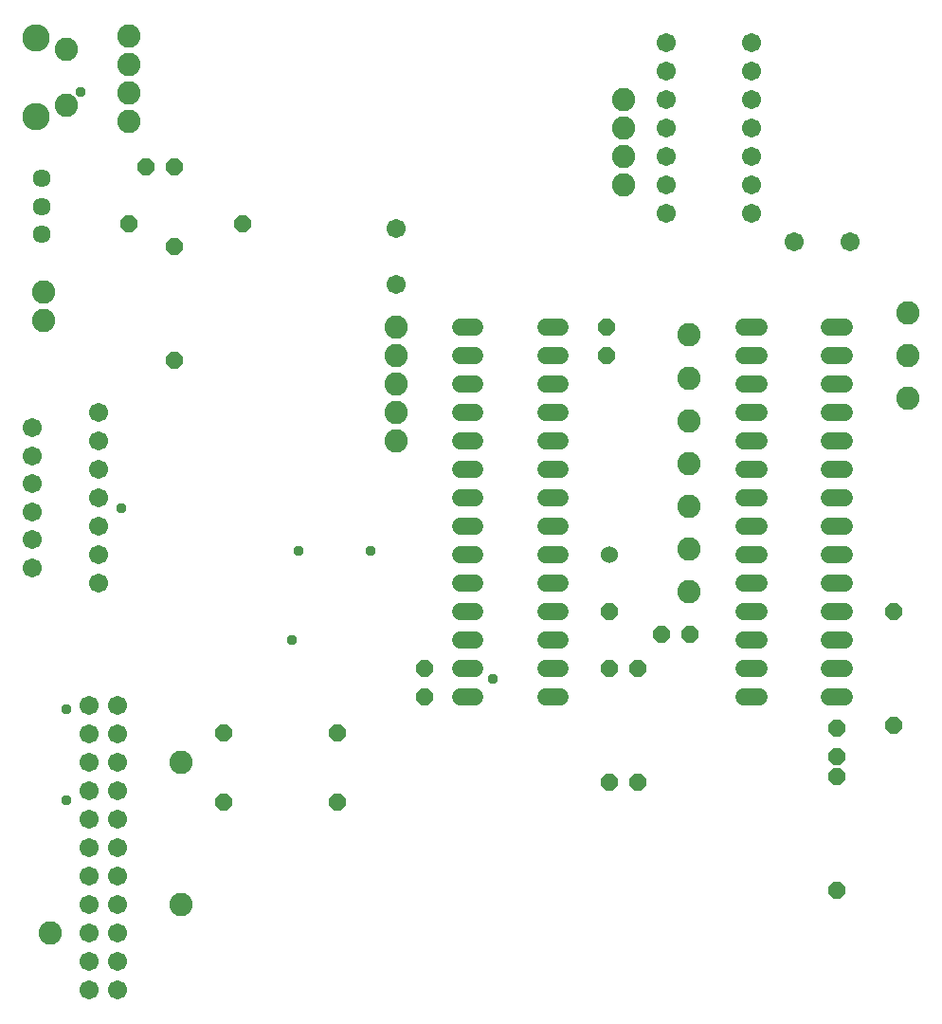
<source format=gbr>
G04 EAGLE Gerber RS-274X export*
G75*
%MOMM*%
%FSLAX34Y34*%
%LPD*%
%INSoldermask Bottom*%
%IPPOS*%
%AMOC8*
5,1,8,0,0,1.08239X$1,22.5*%
G01*
%ADD10C,2.082800*%
%ADD11P,1.649562X8X292.500000*%
%ADD12C,1.524000*%
%ADD13P,1.649562X8X202.500000*%
%ADD14P,1.649562X8X22.500000*%
%ADD15P,1.649562X8X112.500000*%
%ADD16C,1.524000*%
%ADD17C,1.711200*%
%ADD18C,2.078200*%
%ADD19C,2.453200*%
%ADD20C,1.611200*%
%ADD21C,0.959600*%


D10*
X27940Y615950D03*
X27940Y641350D03*
D11*
X530860Y609600D03*
X530860Y584200D03*
X368300Y304800D03*
X368300Y279400D03*
D12*
X533400Y406400D03*
D11*
X533400Y355600D03*
D13*
X605790Y335280D03*
X580390Y335280D03*
D10*
X546100Y787400D03*
X546100Y812800D03*
X604520Y449580D03*
X604520Y411480D03*
X604520Y373380D03*
X800100Y622300D03*
X800100Y584200D03*
X800100Y546100D03*
X546100Y736600D03*
X546100Y762000D03*
X151130Y220980D03*
X151130Y93980D03*
X34290Y68580D03*
X604520Y603250D03*
X604520Y563880D03*
X604520Y525780D03*
X604520Y487680D03*
D14*
X119380Y753110D03*
X144780Y753110D03*
D11*
X736600Y251460D03*
X736600Y226060D03*
D15*
X144780Y580390D03*
X144780Y681990D03*
D13*
X205740Y702310D03*
X104140Y702310D03*
D11*
X533400Y304800D03*
X533400Y203200D03*
D15*
X558800Y203200D03*
X558800Y304800D03*
X736600Y106680D03*
X736600Y208280D03*
X787400Y254000D03*
X787400Y355600D03*
D14*
X189230Y247650D03*
X290830Y247650D03*
X189230Y185420D03*
X290830Y185420D03*
D16*
X400296Y610100D02*
X413504Y610100D01*
X413504Y584700D02*
X400296Y584700D01*
X400296Y559300D02*
X413504Y559300D01*
X413504Y533900D02*
X400296Y533900D01*
X400296Y508500D02*
X413504Y508500D01*
X413504Y483100D02*
X400296Y483100D01*
X400296Y457700D02*
X413504Y457700D01*
X413504Y432300D02*
X400296Y432300D01*
X400296Y406900D02*
X413504Y406900D01*
X413504Y381500D02*
X400296Y381500D01*
X400296Y356100D02*
X413504Y356100D01*
X413504Y330700D02*
X400296Y330700D01*
X400296Y305300D02*
X413504Y305300D01*
X413504Y279900D02*
X400296Y279900D01*
X476496Y279900D02*
X489704Y279900D01*
X489704Y305300D02*
X476496Y305300D01*
X476496Y330700D02*
X489704Y330700D01*
X489704Y356100D02*
X476496Y356100D01*
X476496Y381500D02*
X489704Y381500D01*
X489704Y406900D02*
X476496Y406900D01*
X476496Y432300D02*
X489704Y432300D01*
X489704Y457700D02*
X476496Y457700D01*
X476496Y483100D02*
X489704Y483100D01*
X489704Y508500D02*
X476496Y508500D01*
X476496Y533900D02*
X489704Y533900D01*
X489704Y559300D02*
X476496Y559300D01*
X476496Y584700D02*
X489704Y584700D01*
X489704Y610100D02*
X476496Y610100D01*
D17*
X698900Y685800D03*
X748900Y685800D03*
X584200Y863600D03*
X584200Y838200D03*
X584200Y812800D03*
X584200Y787400D03*
X584200Y762000D03*
X584200Y736600D03*
X584200Y711200D03*
X660400Y711200D03*
X660400Y736600D03*
X660400Y762000D03*
X660400Y787400D03*
X660400Y812800D03*
X660400Y838200D03*
X660400Y863600D03*
X68580Y271780D03*
X68580Y246380D03*
X68580Y220980D03*
X68580Y195580D03*
X68580Y170180D03*
X68580Y144780D03*
X68580Y119380D03*
X68580Y93980D03*
X68580Y68580D03*
X68580Y43180D03*
X68580Y17780D03*
X93980Y17780D03*
X93980Y43180D03*
X93980Y68580D03*
X93980Y93980D03*
X93980Y119380D03*
X93980Y144780D03*
X93980Y170180D03*
X93980Y195580D03*
X93980Y220980D03*
X93980Y246380D03*
X93980Y271780D03*
D18*
X48590Y808120D03*
X48590Y858120D03*
D19*
X21590Y868120D03*
X21590Y798120D03*
D20*
X26670Y717550D03*
X26670Y692550D03*
X26670Y742550D03*
D10*
X104140Y793750D03*
X104140Y819150D03*
X104140Y844550D03*
X104140Y869950D03*
X342900Y609600D03*
X342900Y584200D03*
X342900Y558800D03*
X342900Y533400D03*
X342900Y508000D03*
D17*
X342900Y648100D03*
X342900Y698100D03*
X17780Y469700D03*
X17780Y494700D03*
X17780Y519700D03*
X17780Y444700D03*
X17780Y419700D03*
X17780Y394700D03*
X77470Y533400D03*
X77470Y508000D03*
X77470Y482600D03*
X77470Y457200D03*
X77470Y431800D03*
X77470Y406400D03*
X77470Y381000D03*
D16*
X653796Y609600D02*
X667004Y609600D01*
X667004Y584200D02*
X653796Y584200D01*
X653796Y558800D02*
X667004Y558800D01*
X667004Y533400D02*
X653796Y533400D01*
X653796Y508000D02*
X667004Y508000D01*
X667004Y482600D02*
X653796Y482600D01*
X653796Y457200D02*
X667004Y457200D01*
X667004Y431800D02*
X653796Y431800D01*
X653796Y406400D02*
X667004Y406400D01*
X667004Y381000D02*
X653796Y381000D01*
X653796Y355600D02*
X667004Y355600D01*
X667004Y330200D02*
X653796Y330200D01*
X653796Y304800D02*
X667004Y304800D01*
X667004Y279400D02*
X653796Y279400D01*
X729996Y279400D02*
X743204Y279400D01*
X743204Y304800D02*
X729996Y304800D01*
X729996Y330200D02*
X743204Y330200D01*
X743204Y355600D02*
X729996Y355600D01*
X729996Y381000D02*
X743204Y381000D01*
X743204Y406400D02*
X729996Y406400D01*
X729996Y431800D02*
X743204Y431800D01*
X743204Y457200D02*
X729996Y457200D01*
X729996Y482600D02*
X743204Y482600D01*
X743204Y508000D02*
X729996Y508000D01*
X729996Y533400D02*
X743204Y533400D01*
X743204Y558800D02*
X729996Y558800D01*
X729996Y584200D02*
X743204Y584200D01*
X743204Y609600D02*
X729996Y609600D01*
D21*
X60960Y819912D03*
X97536Y448056D03*
X320040Y409956D03*
X249936Y330708D03*
X48768Y268224D03*
X256032Y409956D03*
X48768Y187452D03*
X429768Y295656D03*
M02*

</source>
